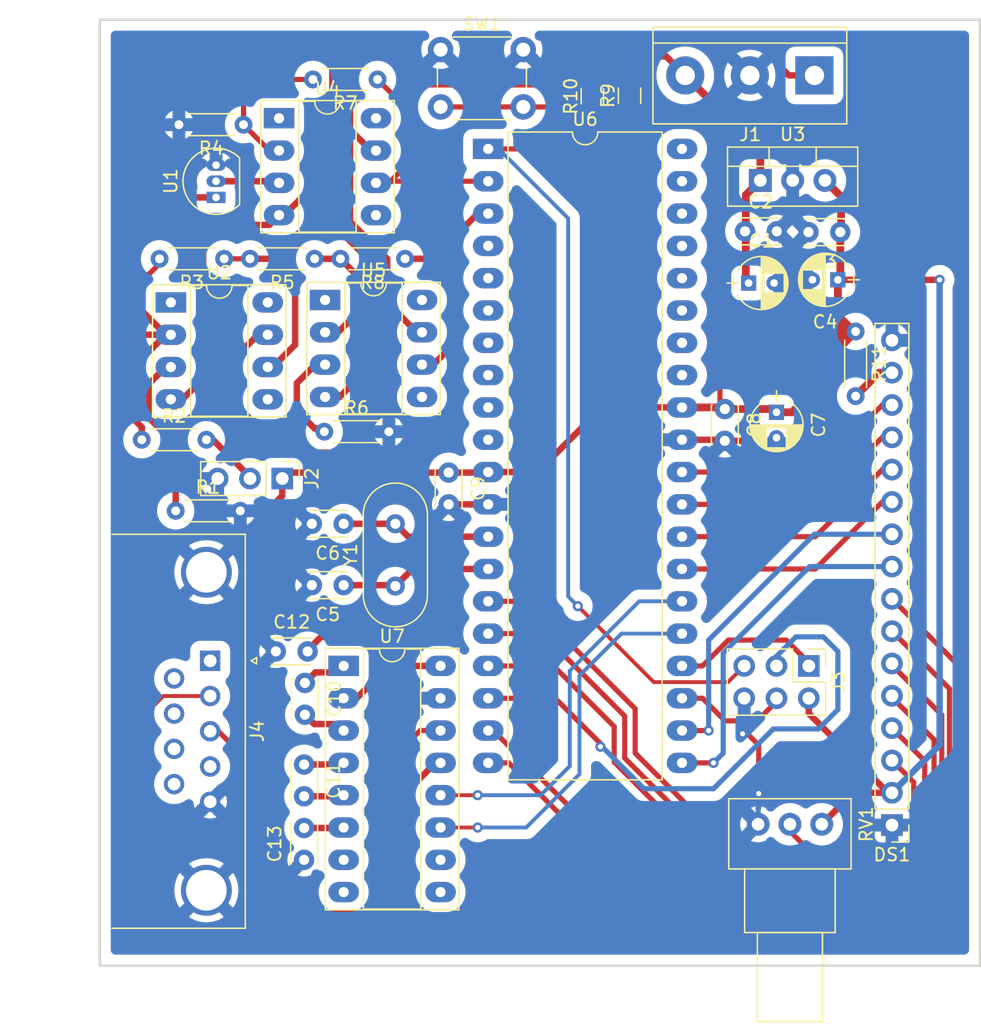
<source format=kicad_pcb>
(kicad_pcb (version 20171130) (host pcbnew "(5.0.0)")
  (title_block (title "DATA AQUISITION SYSTEM DESIGN") (date 2018-10-16) (rev 1))
  (layers (0 F.Cu signal) (31 B.Cu signal) (34 B.Paste user) (35 F.Paste user) (36 B.SilkS user) (37 F.SilkS user) (38 B.Mask user) (39 F.Mask user) (44 Edge.Cuts user))
  (net 0 "")
  (net 1 GND)
  (net 2 +12V)
  (net 3 +5V)
  (net 4 "Net-(C5-Pad1)")
  (net 5 "Net-(C6-Pad1)")
  (net 6 "Net-(J2-Pad2)")
  (net 7 "Net-(R1-Pad1)")
  (net 8 "Net-(R2-Pad1)")
  (net 9 "Net-(R3-Pad1)")
  (net 10 "Net-(R4-Pad1)")
  (net 11 "Net-(R5-Pad1)")
  (net 12 "Net-(R6-Pad1)")
  (net 13 /AN0)
  (net 14 /AN1)
  (net 15 "Net-(R10-Pad2)")
  (net 16 "Net-(U1-Pad2)")
  (net 17 "Net-(C10-Pad2)")
  (net 18 "Net-(C10-Pad1)")
  (net 19 "Net-(C11-Pad1)")
  (net 20 "Net-(C11-Pad2)")
  (net 21 "Net-(C12-Pad2)")
  (net 22 "Net-(C13-Pad2)")
  (net 23 -12V)
  (net 24 /RST)
  (net 25 /RX_H)
  (net 26 /TX_H)
  (net 27 /MOSI)
  (net 28 /SCK)
  (net 29 /MISO)
  (net 30 "Net-(J4-Pad1)")
  (net 31 "Net-(J4-Pad4)")
  (net 32 "Net-(J4-Pad6)")
  (net 33 "Net-(J4-Pad7)")
  (net 34 "Net-(J4-Pad8)")
  (net 35 "Net-(J4-Pad9)")
  (net 36 "Net-(DS1-Pad15)")
  (net 37 "Net-(DS1-Pad3)")
  (net 38 "Net-(U2-Pad8)")
  (net 39 "Net-(U2-Pad5)")
  (net 40 "Net-(U2-Pad1)")
  (net 41 "Net-(U4-Pad8)")
  (net 42 "Net-(U4-Pad5)")
  (net 43 "Net-(U4-Pad1)")
  (net 44 "Net-(U5-Pad1)")
  (net 45 "Net-(U5-Pad5)")
  (net 46 "Net-(U5-Pad8)")
  (net 47 "Net-(U7-Pad8)")
  (net 48 "Net-(U7-Pad7)")
  (net 49 /RX_L)
  (net 50 /TX_L)
  (net 51 "Net-(U7-Pad10)")
  (net 52 "Net-(U7-Pad9)")
  (net 53 "Net-(U6-Pad40)")
  (net 54 /DB1)
  (net 55 "Net-(U6-Pad39)")
  (net 56 /DB0)
  (net 57 "Net-(U6-Pad38)")
  (net 58 "Net-(U6-Pad37)")
  (net 59 /E)
  (net 60 "Net-(U6-Pad36)")
  (net 61 /R-W)
  (net 62 "Net-(U6-Pad35)")
  (net 63 /RS)
  (net 64 "Net-(U6-Pad34)")
  (net 65 "Net-(U6-Pad33)")
  (net 66 /DB7)
  (net 67 "Net-(U6-Pad10)")
  (net 68 /DB6)
  (net 69 "Net-(U6-Pad9)")
  (net 70 /DB5)
  (net 71 "Net-(U6-Pad8)")
  (net 72 /DB4)
  (net 73 "Net-(U6-Pad7)")
  (net 74 "Net-(U6-Pad6)")
  (net 75 "Net-(U6-Pad5)")
  (net 76 "Net-(U6-Pad4)")
  (net 77 /DB3)
  (net 78 /DB2)
  (module Resistors_SMD:R_0805_HandSoldering (layer F.Cu) (at 136.525 55.546 90)
    (fp_text reference R10 (at 0 -1.7 90) (layer F.SilkS))
    (fp_text value 270)
    (pad 1 smd rect (at -1.35 0 90) (size 1.5 1.3) (layers F.Cu F.Paste F.Mask) (net 24 /RST))
    (pad 2 smd rect (at 1.35 0 90) (size 1.5 1.3) (layers F.Cu F.Paste F.Mask) (net 15 "Net-(R10-Pad2)"))
  )
  (module Resistors_SMD:R_0805_HandSoldering (layer F.Cu) (at 139.446 55.499 90)
    (fp_text reference R9 (at 0 -1.7 90) (layer F.SilkS))
    (fp_text value 10k)
    (pad 2 smd rect (at 1.35 0 90) (size 1.5 1.3) (layers F.Cu F.Paste F.Mask) (net 15 "Net-(R10-Pad2)"))
    (pad 1 smd rect (at -1.35 0 90) (size 1.5 1.3) (layers F.Cu F.Paste F.Mask) (net 3 +5V))
  )
  (module Capacitors_THT:C_Disc_D3.0mm_W2.0mm_P2.50mm (layer F.Cu) (at 146.939 80.137 270)
    (fp_text reference C8 (at 1.25 -2.31 270) (layer F.SilkS))
    (fp_text value .1uF)
    (pad 1 thru_hole circle (at 0 0 270) (size 1.6 1.6) (drill 0.8) (layers *.Cu *.Mask) (net 3 +5V))
    (pad 2 thru_hole circle (at 2.5 0 270) (size 1.6 1.6) (drill 0.8) (layers *.Cu *.Mask) (net 1 GND))
  )
  (module Pin_Headers:Pin_Header_Straight_1x16_Pitch2.54mm (layer F.Cu) (at 160.0835 112.8395 180)
    (fp_text reference DS1 (at 0 -2.33 180) (layer F.SilkS))
    (fp_text value WC1602A)
    (pad 16 thru_hole oval (at 0 38.1 180) (size 1.7 1.7) (drill 1) (layers *.Cu *.Mask) (net 1 GND))
    (pad 15 thru_hole oval (at 0 35.56 180) (size 1.7 1.7) (drill 1) (layers *.Cu *.Mask) (net 36 "Net-(DS1-Pad15)"))
    (pad 14 thru_hole oval (at 0 33.02 180) (size 1.7 1.7) (drill 1) (layers *.Cu *.Mask) (net 66 /DB7))
    (pad 13 thru_hole oval (at 0 30.48 180) (size 1.7 1.7) (drill 1) (layers *.Cu *.Mask) (net 68 /DB6))
    (pad 12 thru_hole oval (at 0 27.94 180) (size 1.7 1.7) (drill 1) (layers *.Cu *.Mask) (net 70 /DB5))
    (pad 11 thru_hole oval (at 0 25.4 180) (size 1.7 1.7) (drill 1) (layers *.Cu *.Mask) (net 72 /DB4))
    (pad 10 thru_hole oval (at 0 22.86 180) (size 1.7 1.7) (drill 1) (layers *.Cu *.Mask) (net 77 /DB3))
    (pad 9 thru_hole oval (at 0 20.32 180) (size 1.7 1.7) (drill 1) (layers *.Cu *.Mask) (net 78 /DB2))
    (pad 8 thru_hole oval (at 0 17.78 180) (size 1.7 1.7) (drill 1) (layers *.Cu *.Mask) (net 54 /DB1))
    (pad 7 thru_hole oval (at 0 15.24 180) (size 1.7 1.7) (drill 1) (layers *.Cu *.Mask) (net 56 /DB0))
    (pad 6 thru_hole oval (at 0 12.7 180) (size 1.7 1.7) (drill 1) (layers *.Cu *.Mask) (net 59 /E))
    (pad 5 thru_hole oval (at 0 10.16 180) (size 1.7 1.7) (drill 1) (layers *.Cu *.Mask) (net 61 /R-W))
    (pad 4 thru_hole oval (at 0 7.62 180) (size 1.7 1.7) (drill 1) (layers *.Cu *.Mask) (net 63 /RS))
    (pad 3 thru_hole oval (at 0 5.08 180) (size 1.7 1.7) (drill 1) (layers *.Cu *.Mask) (net 37 "Net-(DS1-Pad3)"))
    (pad 2 thru_hole oval (at 0 2.54 180) (size 1.7 1.7) (drill 1) (layers *.Cu *.Mask) (net 3 +5V))
    (pad 1 thru_hole rect (at 0 0 180) (size 1.7 1.7) (drill 1) (layers *.Cu *.Mask) (net 1 GND))
  )
  (module Resistors_THT:R_Axial_DIN0204_L3.6mm_D1.6mm_P5.08mm_Horizontal (layer F.Cu) (at 114.681 68.326 180)
    (fp_text reference R5 (at 2.54 -1.86 180) (layer F.SilkS))
    (fp_text value 10K)
    (pad 2 thru_hole oval (at 5.08 0 180) (size 1.4 1.4) (drill 0.7) (layers *.Cu *.Mask) (net 9 "Net-(R3-Pad1)"))
    (pad 1 thru_hole circle (at 0 0 180) (size 1.4 1.4) (drill 0.7) (layers *.Cu *.Mask) (net 11 "Net-(R5-Pad1)"))
  )
  (module Resistors_THT:R_Axial_DIN0204_L3.6mm_D1.6mm_P5.08mm_Horizontal (layer F.Cu) (at 121.793 68.326 180)
    (fp_text reference R8 (at 2.54 -1.86 180) (layer F.SilkS))
    (fp_text value 10k)
    (pad 2 thru_hole oval (at 5.08 0 180) (size 1.4 1.4) (drill 0.7) (layers *.Cu *.Mask) (net 11 "Net-(R5-Pad1)"))
    (pad 1 thru_hole circle (at 0 0 180) (size 1.4 1.4) (drill 0.7) (layers *.Cu *.Mask) (net 14 /AN1))
  )
  (module Resistors_THT:R_Axial_DIN0204_L3.6mm_D1.6mm_P5.08mm_Horizontal (layer F.Cu) (at 119.634 54.229 180)
    (fp_text reference R7 (at 2.54 -1.86 180) (layer F.SilkS))
    (fp_text value 2.33k)
    (pad 1 thru_hole circle (at 0 0 180) (size 1.4 1.4) (drill 0.7) (layers *.Cu *.Mask) (net 13 /AN0))
    (pad 2 thru_hole oval (at 5.08 0 180) (size 1.4 1.4) (drill 0.7) (layers *.Cu *.Mask) (net 10 "Net-(R4-Pad1)"))
  )
  (module Resistors_THT:R_Axial_DIN0204_L3.6mm_D1.6mm_P5.08mm_Horizontal (layer F.Cu) (at 115.443 81.915)
    (fp_text reference R6 (at 2.54 -1.86) (layer F.SilkS))
    (fp_text value 5K)
    (pad 2 thru_hole oval (at 5.08 0) (size 1.4 1.4) (drill 0.7) (layers *.Cu *.Mask) (net 1 GND))
    (pad 1 thru_hole circle (at 0 0) (size 1.4 1.4) (drill 0.7) (layers *.Cu *.Mask) (net 12 "Net-(R6-Pad1)"))
  )
  (module Resistors_THT:R_Axial_DIN0204_L3.6mm_D1.6mm_P5.08mm_Horizontal (layer F.Cu) (at 103.759 88.138)
    (fp_text reference R1 (at 2.54 -1.86) (layer F.SilkS))
    (fp_text value 6.67K)
    (pad 1 thru_hole circle (at 0 0) (size 1.4 1.4) (drill 0.7) (layers *.Cu *.Mask) (net 7 "Net-(R1-Pad1)"))
    (pad 2 thru_hole oval (at 5.08 0) (size 1.4 1.4) (drill 0.7) (layers *.Cu *.Mask) (net 1 GND))
  )
  (module Resistors_THT:R_Axial_DIN0204_L3.6mm_D1.6mm_P5.08mm_Horizontal (layer F.Cu) (at 101.092 82.55)
    (fp_text reference R2 (at 2.54 -1.86) (layer F.SilkS))
    (fp_text value 20K)
    (pad 2 thru_hole oval (at 5.08 0) (size 1.4 1.4) (drill 0.7) (layers *.Cu *.Mask) (net 6 "Net-(J2-Pad2)"))
    (pad 1 thru_hole circle (at 0 0) (size 1.4 1.4) (drill 0.7) (layers *.Cu *.Mask) (net 8 "Net-(R2-Pad1)"))
  )
  (module Resistors_THT:R_Axial_DIN0204_L3.6mm_D1.6mm_P5.08mm_Horizontal (layer F.Cu) (at 107.569 68.326 180)
    (fp_text reference R3 (at 2.54 -1.86 180) (layer F.SilkS))
    (fp_text value 10k)
    (pad 1 thru_hole circle (at 0 0 180) (size 1.4 1.4) (drill 0.7) (layers *.Cu *.Mask) (net 9 "Net-(R3-Pad1)"))
    (pad 2 thru_hole oval (at 5.08 0 180) (size 1.4 1.4) (drill 0.7) (layers *.Cu *.Mask) (net 8 "Net-(R2-Pad1)"))
  )
  (module Resistors_THT:R_Axial_DIN0204_L3.6mm_D1.6mm_P5.08mm_Horizontal (layer F.Cu) (at 109.093 57.785 180)
    (fp_text reference R4 (at 2.54 -1.86 180) (layer F.SilkS))
    (fp_text value 1k)
    (pad 2 thru_hole oval (at 5.08 0 180) (size 1.4 1.4) (drill 0.7) (layers *.Cu *.Mask) (net 1 GND))
    (pad 1 thru_hole circle (at 0 0 180) (size 1.4 1.4) (drill 0.7) (layers *.Cu *.Mask) (net 10 "Net-(R4-Pad1)"))
  )
  (module Resistors_THT:R_Axial_DIN0204_L3.6mm_D1.6mm_P5.08mm_Horizontal (layer F.Cu) (at 157.226 74.041 270)
    (fp_text reference R11 (at 2.54 -1.86 270) (layer F.SilkS))
    (fp_text value 1k)
    (pad 2 thru_hole oval (at 5.08 0 270) (size 1.4 1.4) (drill 0.7) (layers *.Cu *.Mask) (net 36 "Net-(DS1-Pad15)"))
    (pad 1 thru_hole circle (at 0 0 270) (size 1.4 1.4) (drill 0.7) (layers *.Cu *.Mask) (net 3 +5V))
  )
  (module Housings_DIP:DIP-40_W15.24mm_LongPads (layer F.Cu) (at 128.3335 59.69)
    (fp_text reference U6 (at 7.62 -2.33) (layer F.SilkS))
    (fp_text value PIC18F452-IP)
    (pad 40 thru_hole oval (at 15.24 0) (size 2.4 1.6) (drill 0.8) (layers *.Cu *.Mask) (net 53 "Net-(U6-Pad40)"))
    (pad 20 thru_hole oval (at 0 48.26) (size 2.4 1.6) (drill 0.8) (layers *.Cu *.Mask) (net 54 /DB1))
    (pad 39 thru_hole oval (at 15.24 2.54) (size 2.4 1.6) (drill 0.8) (layers *.Cu *.Mask) (net 55 "Net-(U6-Pad39)"))
    (pad 19 thru_hole oval (at 0 45.72) (size 2.4 1.6) (drill 0.8) (layers *.Cu *.Mask) (net 56 /DB0))
    (pad 38 thru_hole oval (at 15.24 5.08) (size 2.4 1.6) (drill 0.8) (layers *.Cu *.Mask) (net 57 "Net-(U6-Pad38)"))
    (pad 18 thru_hole oval (at 0 43.18) (size 2.4 1.6) (drill 0.8) (layers *.Cu *.Mask) (net 28 /SCK))
    (pad 37 thru_hole oval (at 15.24 7.62) (size 2.4 1.6) (drill 0.8) (layers *.Cu *.Mask) (net 58 "Net-(U6-Pad37)"))
    (pad 17 thru_hole oval (at 0 40.64) (size 2.4 1.6) (drill 0.8) (layers *.Cu *.Mask) (net 59 /E))
    (pad 36 thru_hole oval (at 15.24 10.16) (size 2.4 1.6) (drill 0.8) (layers *.Cu *.Mask) (net 60 "Net-(U6-Pad36)"))
    (pad 16 thru_hole oval (at 0 38.1) (size 2.4 1.6) (drill 0.8) (layers *.Cu *.Mask) (net 61 /R-W))
    (pad 35 thru_hole oval (at 15.24 12.7) (size 2.4 1.6) (drill 0.8) (layers *.Cu *.Mask) (net 62 "Net-(U6-Pad35)"))
    (pad 15 thru_hole oval (at 0 35.56) (size 2.4 1.6) (drill 0.8) (layers *.Cu *.Mask) (net 63 /RS))
    (pad 34 thru_hole oval (at 15.24 15.24) (size 2.4 1.6) (drill 0.8) (layers *.Cu *.Mask) (net 64 "Net-(U6-Pad34)"))
    (pad 14 thru_hole oval (at 0 33.02) (size 2.4 1.6) (drill 0.8) (layers *.Cu *.Mask) (net 4 "Net-(C5-Pad1)"))
    (pad 33 thru_hole oval (at 15.24 17.78) (size 2.4 1.6) (drill 0.8) (layers *.Cu *.Mask) (net 65 "Net-(U6-Pad33)"))
    (pad 13 thru_hole oval (at 0 30.48) (size 2.4 1.6) (drill 0.8) (layers *.Cu *.Mask) (net 5 "Net-(C6-Pad1)"))
    (pad 32 thru_hole oval (at 15.24 20.32) (size 2.4 1.6) (drill 0.8) (layers *.Cu *.Mask) (net 3 +5V))
    (pad 12 thru_hole oval (at 0 27.94) (size 2.4 1.6) (drill 0.8) (layers *.Cu *.Mask) (net 1 GND))
    (pad 31 thru_hole oval (at 15.24 22.86) (size 2.4 1.6) (drill 0.8) (layers *.Cu *.Mask) (net 1 GND))
    (pad 11 thru_hole oval (at 0 25.4) (size 2.4 1.6) (drill 0.8) (layers *.Cu *.Mask) (net 3 +5V))
    (pad 30 thru_hole oval (at 15.24 25.4) (size 2.4 1.6) (drill 0.8) (layers *.Cu *.Mask) (net 66 /DB7))
    (pad 10 thru_hole oval (at 0 22.86) (size 2.4 1.6) (drill 0.8) (layers *.Cu *.Mask) (net 67 "Net-(U6-Pad10)"))
    (pad 29 thru_hole oval (at 15.24 27.94) (size 2.4 1.6) (drill 0.8) (layers *.Cu *.Mask) (net 68 /DB6))
    (pad 9 thru_hole oval (at 0 20.32) (size 2.4 1.6) (drill 0.8) (layers *.Cu *.Mask) (net 69 "Net-(U6-Pad9)"))
    (pad 28 thru_hole oval (at 15.24 30.48) (size 2.4 1.6) (drill 0.8) (layers *.Cu *.Mask) (net 70 /DB5))
    (pad 8 thru_hole oval (at 0 17.78) (size 2.4 1.6) (drill 0.8) (layers *.Cu *.Mask) (net 71 "Net-(U6-Pad8)"))
    (pad 27 thru_hole oval (at 15.24 33.02) (size 2.4 1.6) (drill 0.8) (layers *.Cu *.Mask) (net 72 /DB4))
    (pad 7 thru_hole oval (at 0 15.24) (size 2.4 1.6) (drill 0.8) (layers *.Cu *.Mask) (net 73 "Net-(U6-Pad7)"))
    (pad 26 thru_hole oval (at 15.24 35.56) (size 2.4 1.6) (drill 0.8) (layers *.Cu *.Mask) (net 49 /RX_L))
    (pad 6 thru_hole oval (at 0 12.7) (size 2.4 1.6) (drill 0.8) (layers *.Cu *.Mask) (net 74 "Net-(U6-Pad6)"))
    (pad 25 thru_hole oval (at 15.24 38.1) (size 2.4 1.6) (drill 0.8) (layers *.Cu *.Mask) (net 50 /TX_L))
    (pad 5 thru_hole oval (at 0 10.16) (size 2.4 1.6) (drill 0.8) (layers *.Cu *.Mask) (net 75 "Net-(U6-Pad5)"))
    (pad 24 thru_hole oval (at 15.24 40.64) (size 2.4 1.6) (drill 0.8) (layers *.Cu *.Mask) (net 29 /MISO))
    (pad 4 thru_hole oval (at 0 7.62) (size 2.4 1.6) (drill 0.8) (layers *.Cu *.Mask) (net 76 "Net-(U6-Pad4)"))
    (pad 23 thru_hole oval (at 15.24 43.18) (size 2.4 1.6) (drill 0.8) (layers *.Cu *.Mask) (net 27 /MOSI))
    (pad 3 thru_hole oval (at 0 5.08) (size 2.4 1.6) (drill 0.8) (layers *.Cu *.Mask) (net 14 /AN1))
    (pad 22 thru_hole oval (at 15.24 45.72) (size 2.4 1.6) (drill 0.8) (layers *.Cu *.Mask) (net 77 /DB3))
    (pad 2 thru_hole oval (at 0 2.54) (size 2.4 1.6) (drill 0.8) (layers *.Cu *.Mask) (net 13 /AN0))
    (pad 21 thru_hole oval (at 15.24 48.26) (size 2.4 1.6) (drill 0.8) (layers *.Cu *.Mask) (net 78 /DB2))
    (pad 1 thru_hole rect (at 0 0) (size 2.4 1.6) (drill 0.8) (layers *.Cu *.Mask) (net 24 /RST))
  )
  (module Capacitors_THT:CP_Radial_D4.0mm_P2.00mm (layer F.Cu) (at 148.8125 70.231)
    (fp_text reference C1 (at 1 -3.31) (layer F.SilkS))
    (fp_text value 1500uF)
    (pad 2 thru_hole circle (at 2 0) (size 1.2 1.2) (drill 0.6) (layers *.Cu *.Mask) (net 1 GND))
    (pad 1 thru_hole rect (at 0 0) (size 1.2 1.2) (drill 0.6) (layers *.Cu *.Mask) (net 2 +12V))
  )
  (module Capacitors_THT:C_Disc_D3.0mm_W2.0mm_P2.50mm (layer F.Cu) (at 148.5265 66.167)
    (fp_text reference C2 (at 1.25 -2.31) (layer F.SilkS))
    (fp_text value .33uF)
    (pad 1 thru_hole circle (at 0 0) (size 1.6 1.6) (drill 0.8) (layers *.Cu *.Mask) (net 2 +12V))
    (pad 2 thru_hole circle (at 2.5 0) (size 1.6 1.6) (drill 0.8) (layers *.Cu *.Mask) (net 1 GND))
  )
  (module Capacitors_THT:C_Disc_D3.0mm_W2.0mm_P2.50mm (layer F.Cu) (at 156.0195 66.2305 180)
    (fp_text reference C3 (at 1.25 -2.31 180) (layer F.SilkS))
    (fp_text value .1uF)
    (pad 2 thru_hole circle (at 2.5 0 180) (size 1.6 1.6) (drill 0.8) (layers *.Cu *.Mask) (net 1 GND))
    (pad 1 thru_hole circle (at 0 0 180) (size 1.6 1.6) (drill 0.8) (layers *.Cu *.Mask) (net 3 +5V))
  )
  (module Capacitors_THT:CP_Radial_D4.0mm_P2.00mm (layer F.Cu) (at 155.829 69.977 180)
    (fp_text reference C4 (at 1 -3.31 180) (layer F.SilkS))
    (fp_text value 440uF)
    (pad 1 thru_hole rect (at 0 0 180) (size 1.2 1.2) (drill 0.6) (layers *.Cu *.Mask) (net 3 +5V))
    (pad 2 thru_hole circle (at 2 0 180) (size 1.2 1.2) (drill 0.6) (layers *.Cu *.Mask) (net 1 GND))
  )
  (module Capacitors_THT:C_Disc_D3.0mm_W2.0mm_P2.50mm (layer F.Cu) (at 116.967 93.98 180)
    (fp_text reference C5 (at 1.25 -2.31 180) (layer F.SilkS))
    (fp_text value 22pF)
    (pad 1 thru_hole circle (at 0 0 180) (size 1.6 1.6) (drill 0.8) (layers *.Cu *.Mask) (net 4 "Net-(C5-Pad1)"))
    (pad 2 thru_hole circle (at 2.5 0 180) (size 1.6 1.6) (drill 0.8) (layers *.Cu *.Mask) (net 1 GND))
  )
  (module Capacitors_THT:C_Disc_D3.0mm_W2.0mm_P2.50mm (layer F.Cu) (at 116.967 89.154 180)
    (fp_text reference C6 (at 1.25 -2.31 180) (layer F.SilkS))
    (fp_text value 22pF)
    (pad 2 thru_hole circle (at 2.5 0 180) (size 1.6 1.6) (drill 0.8) (layers *.Cu *.Mask) (net 1 GND))
    (pad 1 thru_hole circle (at 0 0 180) (size 1.6 1.6) (drill 0.8) (layers *.Cu *.Mask) (net 5 "Net-(C6-Pad1)"))
  )
  (module Capacitors_THT:CP_Radial_D4.0mm_P2.00mm (layer F.Cu) (at 151.003 80.391 270)
    (fp_text reference C7 (at 1 -3.31 270) (layer F.SilkS))
    (fp_text value 220uF)
    (pad 2 thru_hole circle (at 2 0 270) (size 1.2 1.2) (drill 0.6) (layers *.Cu *.Mask) (net 1 GND))
    (pad 1 thru_hole rect (at 0 0 270) (size 1.2 1.2) (drill 0.6) (layers *.Cu *.Mask) (net 3 +5V))
  )
  (module Pin_Headers:Pin_Header_Straight_1x03_Pitch2.54mm (layer F.Cu) (at 112.141 85.598 270)
    (fp_text reference J2 (at 0 -2.33 270) (layer F.SilkS))
    (fp_text value "Pressure Sensor")
    (pad 3 thru_hole oval (at 0 5.08 270) (size 1.7 1.7) (drill 1) (layers *.Cu *.Mask) (net 1 GND))
    (pad 2 thru_hole oval (at 0 2.54 270) (size 1.7 1.7) (drill 1) (layers *.Cu *.Mask) (net 6 "Net-(J2-Pad2)"))
    (pad 1 thru_hole rect (at 0 0 270) (size 1.7 1.7) (drill 1) (layers *.Cu *.Mask) (net 3 +5V))
  )
  (module Potentiometers:Potentiometer_Alps_RK09Y_Vertical (layer F.Cu) (at 149.559 112.776 270)
    (fp_text reference RV1 (at 0 -8.5 270) (layer F.SilkS))
    (fp_text value R_POT)
    (pad 1 thru_hole circle (at 0 0 270) (size 1.8 1.8) (drill 1) (layers *.Cu *.Mask) (net 1 GND))
    (pad 2 thru_hole circle (at 0 -2.5 270) (size 1.8 1.8) (drill 1) (layers *.Cu *.Mask) (net 37 "Net-(DS1-Pad3)"))
    (pad 3 thru_hole circle (at 0 -5 270) (size 1.8 1.8) (drill 1) (layers *.Cu *.Mask) (net 3 +5V))
  )
  (module Buttons_Switches_THT:SW_PUSH_6mm (layer F.Cu) (at 124.587 51.888)
    (fp_text reference SW1 (at 3.25 -2) (layer F.SilkS))
    (fp_text value SW_Push)
    (pad 1 thru_hole circle (at 6.5 0 90) (size 2 2) (drill 1.1) (layers *.Cu *.Mask) (net 1 GND))
    (pad 2 thru_hole circle (at 6.5 4.5 90) (size 2 2) (drill 1.1) (layers *.Cu *.Mask) (net 15 "Net-(R10-Pad2)"))
    (pad 1 thru_hole circle (at 0 0 90) (size 2 2) (drill 1.1) (layers *.Cu *.Mask) (net 1 GND))
    (pad 2 thru_hole circle (at 0 4.5 90) (size 2 2) (drill 1.1) (layers *.Cu *.Mask) (net 15 "Net-(R10-Pad2)"))
  )
  (module TO_SOT_Packages_THT:TO-92_Inline_Narrow_Oval (layer F.Cu) (at 106.934 63.5 90)
    (fp_text reference U1 (at 1.27 -3.56 90) (layer F.SilkS))
    (fp_text value LM35-LP)
    (pad 1 thru_hole rect (at 0 0 270) (size 0.9 1.5) (drill 0.6) (layers *.Cu *.Mask) (net 3 +5V))
    (pad 3 thru_hole oval (at 2.54 0 270) (size 0.9 1.5) (drill 0.6) (layers *.Cu *.Mask) (net 1 GND))
    (pad 2 thru_hole oval (at 1.27 0 270) (size 0.9 1.5) (drill 0.6) (layers *.Cu *.Mask) (net 16 "Net-(U1-Pad2)"))
  )
  (module Housings_DIP:DIP-8_W7.62mm_Socket_LongPads (layer F.Cu) (at 103.378 71.755)
    (fp_text reference U2 (at 3.81 -2.33) (layer F.SilkS))
    (fp_text value OP07)
    (pad 8 thru_hole oval (at 7.62 0) (size 2.4 1.6) (drill 0.8) (layers *.Cu *.Mask) (net 38 "Net-(U2-Pad8)"))
    (pad 4 thru_hole oval (at 0 7.62) (size 2.4 1.6) (drill 0.8) (layers *.Cu *.Mask) (net 23 -12V))
    (pad 7 thru_hole oval (at 7.62 2.54) (size 2.4 1.6) (drill 0.8) (layers *.Cu *.Mask) (net 2 +12V))
    (pad 3 thru_hole oval (at 0 5.08) (size 2.4 1.6) (drill 0.8) (layers *.Cu *.Mask) (net 7 "Net-(R1-Pad1)"))
    (pad 6 thru_hole oval (at 7.62 5.08) (size 2.4 1.6) (drill 0.8) (layers *.Cu *.Mask) (net 9 "Net-(R3-Pad1)"))
    (pad 2 thru_hole oval (at 0 2.54) (size 2.4 1.6) (drill 0.8) (layers *.Cu *.Mask) (net 8 "Net-(R2-Pad1)"))
    (pad 5 thru_hole oval (at 7.62 7.62) (size 2.4 1.6) (drill 0.8) (layers *.Cu *.Mask) (net 39 "Net-(U2-Pad5)"))
    (pad 1 thru_hole rect (at 0 0) (size 2.4 1.6) (drill 0.8) (layers *.Cu *.Mask) (net 40 "Net-(U2-Pad1)"))
  )
  (module TO_SOT_Packages_THT:TO-220-3_Vertical (layer F.Cu) (at 149.733 62.1665)
    (fp_text reference U3 (at 2.54 -3.62) (layer F.SilkS))
    (fp_text value L7805)
    (pad 3 thru_hole oval (at 5.08 0) (size 1.8 1.8) (drill 1) (layers *.Cu *.Mask) (net 3 +5V))
    (pad 2 thru_hole oval (at 2.54 0) (size 1.8 1.8) (drill 1) (layers *.Cu *.Mask) (net 1 GND))
    (pad 1 thru_hole rect (at 0 0) (size 1.8 1.8) (drill 1) (layers *.Cu *.Mask) (net 2 +12V))
  )
  (module Housings_DIP:DIP-8_W7.62mm_Socket_LongPads (layer F.Cu) (at 111.887 57.277)
    (fp_text reference U4 (at 3.81 -2.33) (layer F.SilkS))
    (fp_text value OP07)
    (pad 8 thru_hole oval (at 7.62 0) (size 2.4 1.6) (drill 0.8) (layers *.Cu *.Mask) (net 41 "Net-(U4-Pad8)"))
    (pad 4 thru_hole oval (at 0 7.62) (size 2.4 1.6) (drill 0.8) (layers *.Cu *.Mask) (net 23 -12V))
    (pad 7 thru_hole oval (at 7.62 2.54) (size 2.4 1.6) (drill 0.8) (layers *.Cu *.Mask) (net 2 +12V))
    (pad 3 thru_hole oval (at 0 5.08) (size 2.4 1.6) (drill 0.8) (layers *.Cu *.Mask) (net 16 "Net-(U1-Pad2)"))
    (pad 6 thru_hole oval (at 7.62 5.08) (size 2.4 1.6) (drill 0.8) (layers *.Cu *.Mask) (net 13 /AN0))
    (pad 2 thru_hole oval (at 0 2.54) (size 2.4 1.6) (drill 0.8) (layers *.Cu *.Mask) (net 10 "Net-(R4-Pad1)"))
    (pad 5 thru_hole oval (at 7.62 7.62) (size 2.4 1.6) (drill 0.8) (layers *.Cu *.Mask) (net 42 "Net-(U4-Pad5)"))
    (pad 1 thru_hole rect (at 0 0) (size 2.4 1.6) (drill 0.8) (layers *.Cu *.Mask) (net 43 "Net-(U4-Pad1)"))
  )
  (module Housings_DIP:DIP-8_W7.62mm_Socket_LongPads (layer F.Cu) (at 115.5065 71.5645)
    (fp_text reference U5 (at 3.81 -2.33) (layer F.SilkS))
    (fp_text value OP07)
    (pad 1 thru_hole rect (at 0 0) (size 2.4 1.6) (drill 0.8) (layers *.Cu *.Mask) (net 44 "Net-(U5-Pad1)"))
    (pad 5 thru_hole oval (at 7.62 7.62) (size 2.4 1.6) (drill 0.8) (layers *.Cu *.Mask) (net 45 "Net-(U5-Pad5)"))
    (pad 2 thru_hole oval (at 0 2.54) (size 2.4 1.6) (drill 0.8) (layers *.Cu *.Mask) (net 11 "Net-(R5-Pad1)"))
    (pad 6 thru_hole oval (at 7.62 5.08) (size 2.4 1.6) (drill 0.8) (layers *.Cu *.Mask) (net 14 /AN1))
    (pad 3 thru_hole oval (at 0 5.08) (size 2.4 1.6) (drill 0.8) (layers *.Cu *.Mask) (net 12 "Net-(R6-Pad1)"))
    (pad 7 thru_hole oval (at 7.62 2.54) (size 2.4 1.6) (drill 0.8) (layers *.Cu *.Mask) (net 2 +12V))
    (pad 4 thru_hole oval (at 0 7.62) (size 2.4 1.6) (drill 0.8) (layers *.Cu *.Mask) (net 23 -12V))
    (pad 8 thru_hole oval (at 7.62 0) (size 2.4 1.6) (drill 0.8) (layers *.Cu *.Mask) (net 46 "Net-(U5-Pad8)"))
  )
  (module Crystals:Crystal_HC18-U_Vertical (layer F.Cu) (at 121.031 94.054 90)
    (fp_text reference Y1 (at 2.45 -3.525 90) (layer F.SilkS))
    (fp_text value 8MHz)
    (pad 2 thru_hole circle (at 4.9 0 90) (size 1.5 1.5) (drill 0.8) (layers *.Cu *.Mask) (net 5 "Net-(C6-Pad1)"))
    (pad 1 thru_hole circle (at 0 0 90) (size 1.5 1.5) (drill 0.8) (layers *.Cu *.Mask) (net 4 "Net-(C5-Pad1)"))
  )
  (module Pin_Headers:Pin_Header_Straight_2x03_Pitch2.54mm (layer F.Cu) (at 153.543 100.33 270)
    (fp_text reference J3 (at 1.27 -2.33 270) (layer F.SilkS))
    (fp_text value AVR-ISP-6)
    (pad 6 thru_hole oval (at 2.54 5.08 270) (size 1.7 1.7) (drill 1) (layers *.Cu *.Mask) (net 1 GND))
    (pad 5 thru_hole oval (at 0 5.08 270) (size 1.7 1.7) (drill 1) (layers *.Cu *.Mask) (net 24 /RST))
    (pad 4 thru_hole oval (at 2.54 2.54 270) (size 1.7 1.7) (drill 1) (layers *.Cu *.Mask) (net 27 /MOSI))
    (pad 3 thru_hole oval (at 0 2.54 270) (size 1.7 1.7) (drill 1) (layers *.Cu *.Mask) (net 28 /SCK))
    (pad 2 thru_hole oval (at 2.54 0 270) (size 1.7 1.7) (drill 1) (layers *.Cu *.Mask) (net 3 +5V))
    (pad 1 thru_hole rect (at 0 0 270) (size 1.7 1.7) (drill 1) (layers *.Cu *.Mask) (net 29 /MISO))
  )
  (module Connectors_DSub:DSUB-9_Male_Horizontal_Pitch2.77x2.84mm_EdgePinOffset4.94mm_Housed_MountingHolesOffset7.48mm (layer F.Cu) (at 106.472 99.924 270)
    (fp_text reference J4 (at 5.54 -3.7 270) (layer F.SilkS))
    (fp_text value DB9_Female_MountingHoles)
    (pad 1 thru_hole rect (at 0 0 270) (size 1.6 1.6) (drill 1) (layers *.Cu *.Mask) (net 30 "Net-(J4-Pad1)"))
    (pad 2 thru_hole circle (at 2.77 0 270) (size 1.6 1.6) (drill 1) (layers *.Cu *.Mask) (net 25 /RX_H))
    (pad 3 thru_hole circle (at 5.54 0 270) (size 1.6 1.6) (drill 1) (layers *.Cu *.Mask) (net 26 /TX_H))
    (pad 4 thru_hole circle (at 8.31 0 270) (size 1.6 1.6) (drill 1) (layers *.Cu *.Mask) (net 31 "Net-(J4-Pad4)"))
    (pad 5 thru_hole circle (at 11.08 0 270) (size 1.6 1.6) (drill 1) (layers *.Cu *.Mask) (net 1 GND))
    (pad 6 thru_hole circle (at 1.385 2.84 270) (size 1.6 1.6) (drill 1) (layers *.Cu *.Mask) (net 32 "Net-(J4-Pad6)"))
    (pad 7 thru_hole circle (at 4.155 2.84 270) (size 1.6 1.6) (drill 1) (layers *.Cu *.Mask) (net 33 "Net-(J4-Pad7)"))
    (pad 8 thru_hole circle (at 6.925 2.84 270) (size 1.6 1.6) (drill 1) (layers *.Cu *.Mask) (net 34 "Net-(J4-Pad8)"))
    (pad 9 thru_hole circle (at 9.695 2.84 270) (size 1.6 1.6) (drill 1) (layers *.Cu *.Mask) (net 35 "Net-(J4-Pad9)"))
    (pad 0 thru_hole circle (at -6.96 0.3 270) (size 4 4) (drill 3.2) (layers *.Cu *.Mask) (net 1 GND))
    (pad 0 thru_hole circle (at 18.04 0.3 270) (size 4 4) (drill 3.2) (layers *.Cu *.Mask) (net 1 GND))
  )
  (module Housings_DIP:DIP-16_W7.62mm_Socket_LongPads (layer F.Cu) (at 116.967 100.33)
    (fp_text reference U7 (at 3.81 -2.33) (layer F.SilkS))
    (fp_text value MAX232)
    (pad 16 thru_hole oval (at 7.62 0) (size 2.4 1.6) (drill 0.8) (layers *.Cu *.Mask) (net 3 +5V))
    (pad 8 thru_hole oval (at 0 17.78) (size 2.4 1.6) (drill 0.8) (layers *.Cu *.Mask) (net 47 "Net-(U7-Pad8)"))
    (pad 15 thru_hole oval (at 7.62 2.54) (size 2.4 1.6) (drill 0.8) (layers *.Cu *.Mask) (net 1 GND))
    (pad 7 thru_hole oval (at 0 15.24) (size 2.4 1.6) (drill 0.8) (layers *.Cu *.Mask) (net 48 "Net-(U7-Pad7)"))
    (pad 14 thru_hole oval (at 7.62 5.08) (size 2.4 1.6) (drill 0.8) (layers *.Cu *.Mask) (net 26 /TX_H))
    (pad 6 thru_hole oval (at 0 12.7) (size 2.4 1.6) (drill 0.8) (layers *.Cu *.Mask) (net 22 "Net-(C13-Pad2)"))
    (pad 13 thru_hole oval (at 7.62 7.62) (size 2.4 1.6) (drill 0.8) (layers *.Cu *.Mask) (net 25 /RX_H))
    (pad 5 thru_hole oval (at 0 10.16) (size 2.4 1.6) (drill 0.8) (layers *.Cu *.Mask) (net 20 "Net-(C11-Pad2)"))
    (pad 12 thru_hole oval (at 7.62 10.16) (size 2.4 1.6) (drill 0.8) (layers *.Cu *.Mask) (net 49 /RX_L))
    (pad 4 thru_hole oval (at 0 7.62) (size 2.4 1.6) (drill 0.8) (layers *.Cu *.Mask) (net 19 "Net-(C11-Pad1)"))
    (pad 11 thru_hole oval (at 7.62 12.7) (size 2.4 1.6) (drill 0.8) (layers *.Cu *.Mask) (net 50 /TX_L))
    (pad 3 thru_hole oval (at 0 5.08) (size 2.4 1.6) (drill 0.8) (layers *.Cu *.Mask) (net 17 "Net-(C10-Pad2)"))
    (pad 10 thru_hole oval (at 7.62 15.24) (size 2.4 1.6) (drill 0.8) (layers *.Cu *.Mask) (net 51 "Net-(U7-Pad10)"))
    (pad 2 thru_hole oval (at 0 2.54) (size 2.4 1.6) (drill 0.8) (layers *.Cu *.Mask) (net 21 "Net-(C12-Pad2)"))
    (pad 9 thru_hole oval (at 7.62 17.78) (size 2.4 1.6) (drill 0.8) (layers *.Cu *.Mask) (net 52 "Net-(U7-Pad9)"))
    (pad 1 thru_hole rect (at 0 0) (size 2.4 1.6) (drill 0.8) (layers *.Cu *.Mask) (net 18 "Net-(C10-Pad1)"))
  )
  (module Connectors_Terminal_Blocks:TerminalBlock_bornier-3_P5.08mm (layer F.Cu) (at 153.9875 53.9115 180)
    (fp_text reference J1 (at 5.05 -4.65 180) (layer F.SilkS))
    (fp_text value Screw_Terminal_01x03)
    (pad 3 thru_hole circle (at 10.16 0 180) (size 3 3) (drill 1.52) (layers *.Cu *.Mask) (net 2 +12V))
    (pad 2 thru_hole circle (at 5.08 0 180) (size 3 3) (drill 1.52) (layers *.Cu *.Mask) (net 1 GND))
    (pad 1 thru_hole rect (at 0 0 180) (size 3 3) (drill 1.52) (layers *.Cu *.Mask) (net 23 -12V))
  )
  (module Capacitors_THT:C_Disc_D3.0mm_W2.0mm_P2.50mm (layer F.Cu) (at 125.222 85.13 270)
    (fp_text reference C9 (at 1.25 -2.31 270) (layer F.SilkS))
    (fp_text value 1uF)
    (pad 2 thru_hole circle (at 2.5 0 270) (size 1.6 1.6) (drill 0.8) (layers *.Cu *.Mask) (net 1 GND))
    (pad 1 thru_hole circle (at 0 0 270) (size 1.6 1.6) (drill 0.8) (layers *.Cu *.Mask) (net 3 +5V))
  )
  (module Capacitors_THT:C_Disc_D3.0mm_W2.0mm_P2.50mm (layer F.Cu) (at 113.919 101.6635 270)
    (fp_text reference C10 (at 1.25 -2.31 270) (layer F.SilkS))
    (fp_text value 1uF)
    (pad 2 thru_hole circle (at 2.5 0 270) (size 1.6 1.6) (drill 0.8) (layers *.Cu *.Mask) (net 17 "Net-(C10-Pad2)"))
    (pad 1 thru_hole circle (at 0 0 270) (size 1.6 1.6) (drill 0.8) (layers *.Cu *.Mask) (net 18 "Net-(C10-Pad1)"))
  )
  (module Capacitors_THT:C_Disc_D3.0mm_W2.0mm_P2.50mm (layer F.Cu) (at 113.8555 108.077 270)
    (fp_text reference C11 (at 1.25 -2.31 270) (layer F.SilkS))
    (fp_text value 1uF)
    (pad 1 thru_hole circle (at 0 0 270) (size 1.6 1.6) (drill 0.8) (layers *.Cu *.Mask) (net 19 "Net-(C11-Pad1)"))
    (pad 2 thru_hole circle (at 2.5 0 270) (size 1.6 1.6) (drill 0.8) (layers *.Cu *.Mask) (net 20 "Net-(C11-Pad2)"))
  )
  (module Capacitors_THT:C_Disc_D3.0mm_W2.0mm_P2.50mm (layer F.Cu) (at 111.633 99.187)
    (fp_text reference C12 (at 1.25 -2.31) (layer F.SilkS))
    (fp_text value 1uF)
    (pad 2 thru_hole circle (at 2.5 0) (size 1.6 1.6) (drill 0.8) (layers *.Cu *.Mask) (net 21 "Net-(C12-Pad2)"))
    (pad 1 thru_hole circle (at 0 0) (size 1.6 1.6) (drill 0.8) (layers *.Cu *.Mask) (net 1 GND))
  )
  (module Capacitors_THT:C_Disc_D3.0mm_W2.0mm_P2.50mm (layer F.Cu) (at 113.8555 115.57 90)
    (fp_text reference C13 (at 1.25 -2.31 90) (layer F.SilkS))
    (fp_text value 1uF)
    (pad 1 thru_hole circle (at 0 0 90) (size 1.6 1.6) (drill 0.8) (layers *.Cu *.Mask) (net 1 GND))
    (pad 2 thru_hole circle (at 2.5 0 90) (size 1.6 1.6) (drill 0.8) (layers *.Cu *.Mask) (net 22 "Net-(C13-Pad2)"))
  )
  (gr_line (start 97.79 123.8885) (end 97.79 49.53) (layer Edge.Cuts) (width 0.2))
  (gr_line (start 167.005 123.8885) (end 97.79 123.8885) (layer Edge.Cuts) (width 0.2))
  (gr_line (start 167.005 49.53) (end 167.005 123.8885) (layer Edge.Cuts) (width 0.2))
  (gr_line (start 97.79 49.53) (end 167.005 49.53) (layer Edge.Cuts) (width 0.2))
  (segment (start 125.222 87.63) (end 128.3335 87.63) (width 0.508) (layer F.Cu) (net 1))
  (segment (start 146.852 82.55) (end 146.939 82.637) (width 0.508) (layer F.Cu) (net 1))
  (segment (start 143.5735 82.55) (end 146.852 82.55) (width 0.508) (layer F.Cu) (net 1))
  (segment (start 150.757 82.637) (end 151.003 82.391) (width 0.508) (layer F.Cu) (net 1))
  (segment (start 146.939 82.637) (end 150.757 82.637) (width 0.508) (layer F.Cu) (net 1))
  (segment (start 149.559 111.503208) (end 149.606 111.456208) (width 0.4064) (layer B.Cu) (net 1))
  (segment (start 149.559 112.776) (end 149.559 111.503208) (width 0.4064) (layer B.Cu) (net 1))
  (via (at 149.606 110.363) (size 0.8) (drill 0.4) (layers F.Cu B.Cu) (net 1))
  (segment (start 149.606 111.456208) (end 149.606 110.363) (width 0.4064) (layer B.Cu) (net 1))
  (segment (start 149.606 110.363) (end 149.606 106.553) (width 0.4064) (layer F.Cu) (net 1))
  (via (at 148.336 105.664) (size 0.8) (drill 0.4) (layers F.Cu B.Cu) (net 1))
  (segment (start 149.606 106.553) (end 148.717 105.664) (width 0.4064) (layer F.Cu) (net 1))
  (segment (start 148.717 105.664) (end 148.336 105.664) (width 0.4064) (layer F.Cu) (net 1))
  (segment (start 148.59 66.1035) (end 148.5265 66.167) (width 0.6096) (layer F.Cu) (net 2))
  (segment (start 149.733 62.1665) (end 148.59 63.3095) (width 0.6096) (layer F.Cu) (net 2))
  (segment (start 148.59 63.3095) (end 148.59 66.1035) (width 0.6096) (layer F.Cu) (net 2))
  (segment (start 148.59 66.2305) (end 148.5265 66.167) (width 0.6096) (layer F.Cu) (net 2))
  (segment (start 148.8125 70.231) (end 148.59 70.0085) (width 0.6096) (layer F.Cu) (net 2))
  (segment (start 148.59 70.0085) (end 148.59 66.2305) (width 0.6096) (layer F.Cu) (net 2))
  (segment (start 149.733 59.817) (end 143.8275 53.9115) (width 0.6096) (layer F.Cu) (net 2))
  (segment (start 149.733 62.1665) (end 149.733 59.817) (width 0.6096) (layer F.Cu) (net 2))
  (segment (start 119.107 59.817) (end 119.507 59.817) (width 0.508) (layer F.Cu) (net 2))
  (segment (start 117.475 58.185) (end 119.107 59.817) (width 0.508) (layer F.Cu) (net 2))
  (segment (start 117.475 53.848) (end 117.475 58.185) (width 0.508) (layer F.Cu) (net 2))
  (segment (start 142.327501 52.411501) (end 134.786499 52.411501) (width 0.508) (layer F.Cu) (net 2))
  (segment (start 143.8275 53.9115) (end 142.327501 52.411501) (width 0.508) (layer F.Cu) (net 2))
  (segment (start 134.786499 52.411501) (end 132.588 54.61) (width 0.508) (layer F.Cu) (net 2))
  (segment (start 118.999 52.324) (end 117.475 53.848) (width 0.508) (layer F.Cu) (net 2))
  (segment (start 132.588 54.61) (end 122.682 54.61) (width 0.508) (layer F.Cu) (net 2))
  (segment (start 122.682 54.61) (end 120.396 52.324) (width 0.508) (layer F.Cu) (net 2))
  (segment (start 120.396 52.324) (end 118.999 52.324) (width 0.508) (layer F.Cu) (net 2))
  (segment (start 117.475 65.405) (end 120.396 68.326) (width 0.508) (layer F.Cu) (net 2))
  (segment (start 117.475 58.185) (end 117.475 65.405) (width 0.508) (layer F.Cu) (net 2))
  (segment (start 120.396 68.326) (end 120.396 71.774) (width 0.508) (layer F.Cu) (net 2))
  (segment (start 120.396 71.774) (end 122.7265 74.1045) (width 0.508) (layer F.Cu) (net 2))
  (segment (start 122.7265 74.1045) (end 123.1265 74.1045) (width 0.508) (layer F.Cu) (net 2))
  (segment (start 110.236 74.295) (end 111.506 74.295) (width 0.508) (layer F.Cu) (net 2))
  (segment (start 120.396 71.774) (end 120.396 80.01) (width 0.508) (layer F.Cu) (net 2))
  (segment (start 120.396 80.01) (end 116.84 83.566) (width 0.508) (layer F.Cu) (net 2))
  (segment (start 116.84 83.566) (end 112.268 83.566) (width 0.508) (layer F.Cu) (net 2))
  (segment (start 112.268 83.566) (end 108.585 79.883) (width 0.508) (layer F.Cu) (net 2))
  (segment (start 108.585 79.883) (end 108.585 75.946) (width 0.508) (layer F.Cu) (net 2))
  (segment (start 108.585 75.946) (end 110.236 74.295) (width 0.508) (layer F.Cu) (net 2))
  (segment (start 146.812 80.01) (end 146.939 80.137) (width 0.6096) (layer F.Cu) (net 3))
  (segment (start 143.5735 80.01) (end 146.812 80.01) (width 0.6096) (layer F.Cu) (net 3))
  (segment (start 150.749 80.137) (end 151.003 80.391) (width 0.6096) (layer F.Cu) (net 3))
  (segment (start 146.939 80.137) (end 150.749 80.137) (width 0.6096) (layer F.Cu) (net 3))
  (segment (start 152.2126 80.391) (end 151.003 80.391) (width 0.6096) (layer F.Cu) (net 3))
  (segment (start 155.829 76.7746) (end 152.2126 80.391) (width 0.6096) (layer F.Cu) (net 3))
  (segment (start 156.0195 69.7865) (end 155.829 69.977) (width 0.6096) (layer F.Cu) (net 3))
  (segment (start 156.0195 66.2305) (end 156.0195 69.7865) (width 0.6096) (layer F.Cu) (net 3))
  (segment (start 156.083 66.167) (end 156.0195 66.2305) (width 0.6096) (layer F.Cu) (net 3))
  (segment (start 154.813 62.1665) (end 156.083 63.4365) (width 0.6096) (layer F.Cu) (net 3))
  (segment (start 156.083 63.4365) (end 156.083 66.167) (width 0.6096) (layer F.Cu) (net 3))
  (segment (start 155.982051 73.787) (end 155.829 73.787) (width 0.6096) (layer F.Cu) (net 3))
  (segment (start 156.236051 74.041) (end 155.982051 73.787) (width 0.6096) (layer F.Cu) (net 3))
  (segment (start 155.829 69.977) (end 155.829 73.787) (width 0.6096) (layer F.Cu) (net 3))
  (segment (start 155.829 72.771) (end 155.829 69.977) (width 0.6096) (layer F.Cu) (net 3))
  (segment (start 157.226 74.041) (end 157.099 74.041) (width 0.6096) (layer F.Cu) (net 3))
  (segment (start 157.099 74.041) (end 155.829 72.771) (width 0.6096) (layer F.Cu) (net 3))
  (segment (start 156.337 74.93) (end 157.226 74.041) (width 0.6096) (layer F.Cu) (net 3))
  (segment (start 155.829 74.93) (end 156.337 74.93) (width 0.6096) (layer F.Cu) (net 3))
  (segment (start 155.829 73.787) (end 155.829 74.93) (width 0.6096) (layer F.Cu) (net 3))
  (segment (start 155.829 74.676) (end 156.464 74.041) (width 0.6096) (layer F.Cu) (net 3))
  (segment (start 155.829 74.93) (end 155.829 74.676) (width 0.6096) (layer F.Cu) (net 3))
  (segment (start 157.226 74.041) (end 156.464 74.041) (width 0.6096) (layer F.Cu) (net 3))
  (segment (start 156.464 74.041) (end 156.236051 74.041) (width 0.6096) (layer F.Cu) (net 3))
  (segment (start 155.829 75.438) (end 157.226 74.041) (width 0.6096) (layer F.Cu) (net 3))
  (segment (start 155.829 74.93) (end 155.829 75.438) (width 0.6096) (layer F.Cu) (net 3))
  (segment (start 155.829 75.438) (end 155.829 76.7746) (width 0.6096) (layer F.Cu) (net 3))
  (segment (start 143.5735 80.01) (end 137.287 80.01) (width 0.508) (layer F.Cu) (net 3))
  (segment (start 132.207 85.09) (end 128.3335 85.09) (width 0.508) (layer F.Cu) (net 3))
  (segment (start 137.287 80.01) (end 132.207 85.09) (width 0.508) (layer F.Cu) (net 3))
  (segment (start 128.2935 85.13) (end 128.3335 85.09) (width 0.508) (layer F.Cu) (net 3))
  (segment (start 125.222 85.13) (end 128.2935 85.13) (width 0.508) (layer F.Cu) (net 3))
  (segment (start 153.543 104.072081) (end 153.543 102.87) (width 0.508) (layer F.Cu) (net 3))
  (segment (start 159.706919 110.236) (end 153.543 104.072081) (width 0.508) (layer F.Cu) (net 3))
  (segment (start 160.0835 110.2995) (end 160.02 110.236) (width 0.508) (layer F.Cu) (net 3))
  (segment (start 160.02 110.236) (end 159.706919 110.236) (width 0.508) (layer F.Cu) (net 3))
  (segment (start 157.0355 110.2995) (end 160.0835 110.2995) (width 0.508) (layer F.Cu) (net 3))
  (segment (start 154.559 112.776) (end 157.0355 110.2995) (width 0.508) (layer F.Cu) (net 3))
  (segment (start 112.609 85.13) (end 112.141 85.598) (width 0.508) (layer F.Cu) (net 3))
  (segment (start 125.222 85.13) (end 112.609 85.13) (width 0.508) (layer F.Cu) (net 3))
  (segment (start 105.676 63.5) (end 106.934 63.5) (width 0.508) (layer F.Cu) (net 3))
  (segment (start 104.648 63.5) (end 105.676 63.5) (width 0.508) (layer F.Cu) (net 3))
  (segment (start 112.141 85.598) (end 112.141 86.956) (width 0.508) (layer F.Cu) (net 3))
  (segment (start 112.141 86.956) (end 109.181 89.916) (width 0.508) (layer F.Cu) (net 3))
  (segment (start 101.727 89.916) (end 99.187 87.376) (width 0.508) (layer F.Cu) (net 3))
  (segment (start 99.187 87.376) (end 99.187 68.961) (width 0.508) (layer F.Cu) (net 3))
  (segment (start 99.187 68.961) (end 104.648 63.5) (width 0.508) (layer F.Cu) (net 3))
  (via (at 163.83 69.977) (size 0.8) (drill 0.4) (layers F.Cu B.Cu) (net 3))
  (segment (start 155.829 69.977) (end 163.83 69.977) (width 0.508) (layer F.Cu) (net 3))
  (segment (start 163.83 106.553) (end 160.0835 110.2995) (width 0.508) (layer B.Cu) (net 3))
  (segment (start 163.83 69.977) (end 163.83 106.553) (width 0.508) (layer B.Cu) (net 3))
  (segment (start 114.3 96.901) (end 109.181 91.782) (width 0.508) (layer F.Cu) (net 3))
  (segment (start 118.745 96.901) (end 114.3 96.901) (width 0.508) (layer F.Cu) (net 3))
  (segment (start 124.587 100.33) (end 122.174 100.33) (width 0.508) (layer F.Cu) (net 3))
  (segment (start 122.174 100.33) (end 118.745 96.901) (width 0.508) (layer F.Cu) (net 3))
  (segment (start 108.077 89.916) (end 108.165 89.916) (width 0.508) (layer F.Cu) (net 3))
  (segment (start 109.181 90.932) (end 109.181 89.916) (width 0.508) (layer F.Cu) (net 3))
  (segment (start 109.181 89.916) (end 108.077 89.916) (width 0.508) (layer F.Cu) (net 3))
  (segment (start 109.181 89.916) (end 108.673 90.424) (width 0.508) (layer F.Cu) (net 3))
  (segment (start 108.165 89.916) (end 108.673 90.424) (width 0.508) (layer F.Cu) (net 3))
  (segment (start 108.673 90.424) (end 109.181 90.932) (width 0.508) (layer F.Cu) (net 3))
  (segment (start 107.315 89.916) (end 109.181 91.782) (width 0.508) (layer F.Cu) (net 3))
  (segment (start 107.315 89.916) (end 101.727 89.916) (width 0.508) (layer F.Cu) (net 3))
  (segment (start 109.181 91.147) (end 107.95 89.916) (width 0.508) (layer F.Cu) (net 3))
  (segment (start 109.181 91.313) (end 109.181 91.147) (width 0.508) (layer F.Cu) (net 3))
  (segment (start 107.95 89.916) (end 107.315 89.916) (width 0.508) (layer F.Cu) (net 3))
  (segment (start 108.077 89.916) (end 107.95 89.916) (width 0.508) (layer F.Cu) (net 3))
  (segment (start 109.181 91.782) (end 109.181 91.313) (width 0.508) (layer F.Cu) (net 3))
  (segment (start 109.181 91.313) (end 109.181 90.932) (width 0.508) (layer F.Cu) (net 3))
  (segment (start 146.558 79.756) (end 146.939 80.137) (width 0.4064) (layer F.Cu) (net 3))
  (segment (start 146.558 58.801) (end 146.558 79.756) (width 0.4064) (layer F.Cu) (net 3))
  (segment (start 139.446 56.849) (end 144.606 56.849) (width 0.4064) (layer F.Cu) (net 3))
  (segment (start 144.606 56.849) (end 146.558 58.801) (width 0.4064) (layer F.Cu) (net 3))
  (segment (start 120.957 93.98) (end 121.031 94.054) (width 0.508) (layer F.Cu) (net 4))
  (segment (start 116.967 93.98) (end 120.957 93.98) (width 0.508) (layer F.Cu) (net 4))
  (segment (start 122.375 92.71) (end 128.3335 92.71) (width 0.508) (layer F.Cu) (net 4))
  (segment (start 121.031 94.054) (end 122.375 92.71) (width 0.508) (layer F.Cu) (net 4))
  (segment (start 116.967 89.154) (end 121.031 89.154) (width 0.508) (layer F.Cu) (net 5))
  (segment (start 122.047 90.17) (end 128.3335 90.17) (width 0.508) (layer F.Cu) (net 5))
  (segment (start 121.031 89.154) (end 122.047 90.17) (width 0.508) (layer F.Cu) (net 5))
  (segment (start 106.68 82.55) (end 106.172 82.55) (width 0.508) (layer F.Cu) (net 6))
  (segment (start 109.601 85.598) (end 109.601 85.471) (width 0.508) (layer F.Cu) (net 6))
  (segment (start 109.601 85.471) (end 106.68 82.55) (width 0.508) (layer F.Cu) (net 6))
  (segment (start 103.759 88.138) (end 103.759 82.931) (width 0.508) (layer F.Cu) (net 7))
  (segment (start 103.759 82.931) (end 101.67 80.842) (width 0.508) (layer F.Cu) (net 7))
  (segment (start 101.67 78.143) (end 102.978 76.835) (width 0.508) (layer F.Cu) (net 7))
  (segment (start 102.978 76.835) (end 103.378 76.835) (width 0.508) (layer F.Cu) (net 7))
  (segment (start 101.67 80.842) (end 101.67 78.143) (width 0.508) (layer F.Cu) (net 7))
  (segment (start 102.489 68.326) (end 102.489 68.707) (width 0.4064) (layer F.Cu) (net 8))
  (segment (start 102.489 68.707) (end 101.6 69.596) (width 0.4064) (layer F.Cu) (net 8))
  (segment (start 101.092 72.409) (end 102.978 74.295) (width 0.508) (layer F.Cu) (net 8))
  (segment (start 101.6 69.596) (end 101.092 70.104) (width 0.508) (layer F.Cu) (net 8))
  (segment (start 102.978 74.295) (end 103.378 74.295) (width 0.508) (layer F.Cu) (net 8))
  (segment (start 101.092 76.181) (end 102.978 74.295) (width 0.508) (layer F.Cu) (net 8))
  (segment (start 101.092 70.104) (end 101.092 71.501) (width 0.508) (layer F.Cu) (net 8))
  (segment (start 101.092 71.501) (end 101.092 72.409) (width 0.508) (layer F.Cu) (net 8))
  (segment (start 103.378 74.295) (end 101.092 74.295) (width 0.508) (layer F.Cu) (net 8))
  (segment (start 101.092 71.501) (end 101.092 74.295) (width 0.508) (layer F.Cu) (net 8))
  (segment (start 101.092 76.181) (end 101.092 71.501) (width 0.508) (layer F.Cu) (net 8))
  (segment (start 101.092 81.560051) (end 100.64601 81.114061) (width 0.508) (layer F.Cu) (net 8))
  (segment (start 100.64601 81.114061) (end 100.64601 76.62699) (width 0.508) (layer F.Cu) (net 8))
  (segment (start 100.64601 76.62699) (end 101.092 76.181) (width 0.508) (layer F.Cu) (net 8))
  (segment (start 101.092 82.55) (end 101.092 81.560051) (width 0.508) (layer F.Cu) (net 8))
  (segment (start 107.569 68.326) (end 109.601 68.326) (width 0.4064) (layer F.Cu) (net 9))
  (segment (start 111.398 76.835) (end 110.998 76.835) (width 0.508) (layer F.Cu) (net 9))
  (segment (start 113.157 75.076) (end 111.398 76.835) (width 0.508) (layer F.Cu) (net 9))
  (segment (start 113.157 70.104) (end 113.157 75.076) (width 0.508) (layer F.Cu) (net 9))
  (segment (start 109.601 68.326) (end 111.379 68.326) (width 0.508) (layer F.Cu) (net 9))
  (segment (start 111.379 68.326) (end 113.157 70.104) (width 0.508) (layer F.Cu) (net 9))
  (segment (start 111.125 59.817) (end 109.093 57.785) (width 0.4064) (layer F.Cu) (net 10))
  (segment (start 111.887 59.817) (end 111.125 59.817) (width 0.4064) (layer F.Cu) (net 10))
  (segment (start 114.554 54.229) (end 110.998 54.229) (width 0.4064) (layer F.Cu) (net 10))
  (segment (start 109.093 56.134) (end 109.093 57.785) (width 0.4064) (layer F.Cu) (net 10))
  (segment (start 110.998 54.229) (end 109.093 56.134) (width 0.4064) (layer F.Cu) (net 10))
  (segment (start 114.681 68.326) (end 116.713 68.326) (width 0.508) (layer F.Cu) (net 11))
  (segment (start 117.856 69.469) (end 116.713 68.326) (width 0.508) (layer F.Cu) (net 11))
  (segment (start 117.856 72.771) (end 117.856 69.469) (width 0.508) (layer F.Cu) (net 11))
  (segment (start 115.5065 74.1045) (end 116.5225 74.1045) (width 0.508) (layer F.Cu) (net 11))
  (segment (start 116.5225 74.1045) (end 117.856 72.771) (width 0.508) (layer F.Cu) (net 11))
  (segment (start 115.189 81.661) (end 115.443 81.915) (width 0.508) (layer F.Cu) (net 12))
  (segment (start 114.681 81.661) (end 115.189 81.661) (width 0.508) (layer F.Cu) (net 12))
  (segment (start 113.284 80.264) (end 114.681 81.661) (width 0.508) (layer F.Cu) (net 12))
  (segment (start 113.284 78.105) (end 113.284 80.264) (width 0.508) (layer F.Cu) (net 12))
  (segment (start 115.5065 76.6445) (end 114.7445 76.6445) (width 0.508) (layer F.Cu) (net 12))
  (segment (start 114.7445 76.6445) (end 113.284 78.105) (width 0.508) (layer F.Cu) (net 12))
  (segment (start 119.634 62.23) (end 119.507 62.357) (width 0.4064) (layer F.Cu) (net 13))
  (segment (start 120.523 62.357) (end 119.507 62.357) (width 0.4064) (layer F.Cu) (net 13))
  (segment (start 121.793 61.087) (end 120.523 62.357) (width 0.4064) (layer F.Cu) (net 13))
  (segment (start 119.634 54.229) (end 121.793 56.388) (width 0.4064) (layer F.Cu) (net 13))
  (segment (start 121.793 56.388) (end 121.793 61.087) (width 0.4064) (layer F.Cu) (net 13))
  (segment (start 121.793 61.087) (end 122.936 62.23) (width 0.4064) (layer F.Cu) (net 13))
  (segment (start 128.3335 62.23) (end 122.936 62.23) (width 0.4064) (layer F.Cu) (net 13))
  (segment (start 121.793 62.103) (end 121.92 62.23) (width 0.4064) (layer F.Cu) (net 13))
  (segment (start 121.793 61.087) (end 121.793 62.103) (width 0.4064) (layer F.Cu) (net 13))
  (segment (start 122.936 62.23) (end 121.92 62.23) (width 0.4064) (layer F.Cu) (net 13))
  (segment (start 121.92 62.23) (end 119.634 62.23) (width 0.4064) (layer F.Cu) (net 13))
  (segment (start 127.508 64.77) (end 128.3335 64.77) (width 0.508) (layer F.Cu) (net 14))
  (segment (start 121.793 68.326) (end 123.952 68.326) (width 0.508) (layer F.Cu) (net 14))
  (segment (start 123.952 68.326) (end 125.476 66.802) (width 0.508) (layer F.Cu) (net 14))
  (segment (start 125.476 66.802) (end 127.508 64.77) (width 0.508) (layer F.Cu) (net 14))
  (segment (start 125.857 67.183) (end 125.476 66.802) (width 0.508) (layer F.Cu) (net 14))
  (segment (start 125.857 74.803) (end 125.857 67.183) (width 0.508) (layer F.Cu) (net 14))
  (segment (start 123.1265 76.6445) (end 124.0155 76.6445) (width 0.508) (layer F.Cu) (net 14))
  (segment (start 124.0155 76.6445) (end 125.857 74.803) (width 0.508) (layer F.Cu) (net 14))
  (segment (start 135.796 54.196) (end 136.525 54.196) (width 0.4064) (layer F.Cu) (net 15))
  (segment (start 131.087 56.388) (end 133.604 56.388) (width 0.4064) (layer F.Cu) (net 15))
  (segment (start 133.604 56.388) (end 135.796 54.196) (width 0.4064) (layer F.Cu) (net 15))
  (segment (start 126.001213 56.388) (end 131.087 56.388) (width 0.4064) (layer F.Cu) (net 15))
  (segment (start 124.587 56.388) (end 126.001213 56.388) (width 0.4064) (layer F.Cu) (net 15))
  (segment (start 136.572 54.149) (end 136.525 54.196) (width 0.4064) (layer F.Cu) (net 15))
  (segment (start 139.446 54.149) (end 136.572 54.149) (width 0.4064) (layer F.Cu) (net 15))
  (segment (start 111.76 62.23) (end 111.887 62.357) (width 0.508) (layer F.Cu) (net 16))
  (segment (start 106.934 62.23) (end 111.76 62.23) (width 0.508) (layer F.Cu) (net 16))
  (segment (start 116.459 104.902) (end 116.967 105.41) (width 0.508) (layer F.Cu) (net 17))
  (segment (start 113.919 104.1635) (end 114.6575 104.902) (width 0.508) (layer F.Cu) (net 17))
  (segment (start 114.6575 104.902) (end 116.459 104.902) (width 0.508) (layer F.Cu) (net 17))
  (segment (start 116.459 100.838) (end 116.967 100.33) (width 0.508) (layer F.Cu) (net 18))
  (segment (start 113.919 101.6635) (end 114.7445 100.838) (width 0.508) (layer F.Cu) (net 18))
  (segment (start 114.7445 100.838) (end 116.459 100.838) (width 0.508) (layer F.Cu) (net 18))
  (segment (start 116.84 108.077) (end 116.967 107.95) (width 0.508) (layer F.Cu) (net 19))
  (segment (start 113.8555 108.077) (end 116.84 108.077) (width 0.508) (layer F.Cu) (net 19))
  (segment (start 116.88 110.577) (end 116.967 110.49) (width 0.508) (layer F.Cu) (net 20))
  (segment (start 113.8555 110.577) (end 116.88 110.577) (width 0.508) (layer F.Cu) (net 20))
  (segment (start 117.983 102.87) (end 116.967 102.87) (width 0.508) (layer F.Cu) (net 21))
  (segment (start 119.38 101.473) (end 117.983 102.87) (width 0.508) (layer F.Cu) (net 21))
  (segment (start 119.38 99.187) (end 119.38 101.473) (width 0.508) (layer F.Cu) (net 21))
  (segment (start 118.237 98.044) (end 119.38 99.187) (width 0.508) (layer F.Cu) (net 21))
  (segment (start 114.046 99.187) (end 115.189 98.044) (width 0.508) (layer F.Cu) (net 21))
  (segment (start 115.189 98.044) (end 118.237 98.044) (width 0.508) (layer F.Cu) (net 21))
  (segment (start 116.927 113.07) (end 116.967 113.03) (width 0.508) (layer F.Cu) (net 22))
  (segment (start 113.8555 113.07) (end 116.927 113.07) (width 0.508) (layer F.Cu) (net 22))
  (segment (start 112.287 64.897) (end 111.887 64.897) (width 0.508) (layer F.Cu) (net 23))
  (segment (start 116.078 61.106) (end 112.287 64.897) (width 0.508) (layer F.Cu) (net 23))
  (segment (start 118.237 51.308) (end 116.078 53.467) (width 0.508) (layer F.Cu) (net 23))
  (segment (start 120.904 51.308) (end 118.237 51.308) (width 0.508) (layer F.Cu) (net 23))
  (segment (start 151.9795 53.9115) (end 149.376 51.308) (width 0.508) (layer F.Cu) (net 23))
  (segment (start 153.9875 53.9115) (end 151.9795 53.9115) (width 0.508) (layer F.Cu) (net 23))
  (segment (start 149.376 51.308) (end 134.366 51.308) (width 0.508) (layer F.Cu) (net 23))
  (segment (start 134.366 51.308) (end 131.953 53.721) (width 0.508) (layer F.Cu) (net 23))
  (segment (start 131.953 53.721) (end 123.317 53.721) (width 0.508) (layer F.Cu) (net 23))
  (segment (start 123.317 53.721) (end 120.904 51.308) (width 0.508) (layer F.Cu) (net 23))
  (segment (start 116.078 53.467) (end 116.078 61.106) (width 0.508) (layer F.Cu) (net 23))
  (segment (start 104.286 79.375) (end 103.886 79.375) (width 0.508) (layer F.Cu) (net 23))
  (segment (start 105.918 77.743) (end 104.286 79.375) (width 0.508) (layer F.Cu) (net 23))
  (segment (start 105.918 67.183) (end 105.918 77.743) (width 0.508) (layer F.Cu) (net 23))
  (segment (start 107.442 65.659) (end 105.918 67.183) (width 0.508) (layer F.Cu) (net 23))
  (segment (start 111.887 64.897) (end 111.125 65.659) (width 0.508) (layer F.Cu) (net 23))
  (segment (start 111.125 65.659) (end 107.442 65.659) (width 0.508) (layer F.Cu) (net 23))
  (segment (start 116.6495 79.1845) (end 115.5065 79.1845) (width 0.508) (layer F.Cu) (net 23))
  (segment (start 119.126 76.708) (end 116.6495 79.1845) (width 0.508) (layer F.Cu) (net 23))
  (segment (start 119.126 68.58) (end 119.126 76.708) (width 0.508) (layer F.Cu) (net 23))
  (segment (start 116.078 61.106) (end 116.078 65.532) (width 0.508) (layer F.Cu) (net 23))
  (segment (start 116.078 65.532) (end 119.126 68.58) (width 0.508) (layer F.Cu) (net 23))
  (via (at 135.382 95.631) (size 0.8) (drill 0.4) (layers F.Cu B.Cu) (net 24))
  (segment (start 129.159 59.69) (end 128.3335 59.69) (width 0.3048) (layer B.Cu) (net 24))
  (segment (start 134.62 65.151) (end 129.159 59.69) (width 0.3048) (layer B.Cu) (net 24))
  (segment (start 135.382 95.631) (end 134.62 94.869) (width 0.3048) (layer B.Cu) (net 24))
  (segment (start 134.62 94.869) (end 134.62 65.151) (width 0.3048) (layer B.Cu) (net 24))
  (segment (start 141.351 101.6) (end 135.382 95.631) (width 0.3048) (layer F.Cu) (net 24))
  (segment (start 148.463 100.33) (end 147.193 101.6) (width 0.3048) (layer F.Cu) (net 24))
  (segment (start 147.193 101.6) (end 141.351 101.6) (width 0.3048) (layer F.Cu) (net 24))
  (segment (start 136.525 56.996) (end 136.525 56.896) (width 0.4064) (layer F.Cu) (net 24))
  (segment (start 133.831 59.69) (end 136.525 56.996) (width 0.4064) (layer F.Cu) (net 24))
  (segment (start 128.3335 59.69) (end 133.831 59.69) (width 0.4064) (layer F.Cu) (net 24))
  (segment (start 101.854 103.632) (end 101.854 110.998) (width 0.3048) (layer F.Cu) (net 25))
  (segment (start 106.472 102.694) (end 102.792 102.694) (width 0.3048) (layer F.Cu) (net 25))
  (segment (start 102.792 102.694) (end 101.854 103.632) (width 0.3048) (layer F.Cu) (net 25))
  (segment (start 104.013 113.157) (end 101.854 110.998) (width 0.508) (layer F.Cu) (net 25))
  (segment (start 106.426 113.157) (end 104.013 113.157) (width 0.508) (layer F.Cu) (net 25))
  (segment (start 124.187 107.95) (end 121.793 110.344) (width 0.508) (layer F.Cu) (net 25))
  (segment (start 124.587 107.95) (end 124.187 107.95) (width 0.508) (layer F.Cu) (net 25))
  (segment (start 121.793 110.344) (end 121.793 118.404436) (width 0.508) (layer F.Cu) (net 25))
  (segment (start 121.793 118.404436) (end 119.547436 120.65) (width 0.508) (layer F.Cu) (net 25))
  (segment (start 119.547436 120.65) (end 113.919 120.65) (width 0.508) (layer F.Cu) (net 25))
  (segment (start 113.919 120.65) (end 106.426 113.157) (width 0.508) (layer F.Cu) (net 25))
  (segment (start 107.115 105.464) (end 106.472 105.464) (width 0.4064) (layer F.Cu) (net 26))
  (segment (start 108.458 106.807) (end 107.115 105.464) (width 0.4064) (layer F.Cu) (net 26))
  (segment (start 108.458 113.538) (end 108.458 106.807) (width 0.4064) (layer F.Cu) (net 26))
  (segment (start 122.9806 105.41) (end 120.396 107.9946) (width 0.4064) (layer F.Cu) (net 26))
  (segment (start 124.587 105.41) (end 122.9806 105.41) (width 0.4064) (layer F.Cu) (net 26))
  (segment (start 120.396 107.9946) (end 120.396 118.11) (width 0.4064) (layer F.Cu) (net 26))
  (segment (start 120.396 118.11) (end 118.745 119.761) (width 0.4064) (layer F.Cu) (net 26))
  (segment (start 118.745 119.761) (end 114.681 119.761) (width 0.4064) (layer F.Cu) (net 26))
  (segment (start 114.681 119.761) (end 108.458 113.538) (width 0.4064) (layer F.Cu) (net 26))
  (segment (start 151.003 103.124) (end 151.003 102.87) (width 0.4064) (layer F.Cu) (net 27))
  (segment (start 149.479 104.648) (end 151.003 103.124) (width 0.4064) (layer F.Cu) (net 27))
  (segment (start 146.9579 104.648) (end 149.479 104.648) (width 0.4064) (layer F.Cu) (net 27))
  (segment (start 143.5735 102.87) (end 145.1799 102.87) (width 0.4064) (layer F.Cu) (net 27))
  (segment (start 145.1799 102.87) (end 146.9579 104.648) (width 0.4064) (layer F.Cu) (net 27))
  (segment (start 137.16 106.426) (end 137.16 106.680012) (width 0.4064) (layer F.Cu) (net 28))
  (segment (start 133.604 102.87) (end 137.16 106.426) (width 0.4064) (layer F.Cu) (net 28))
  (segment (start 128.3335 102.87) (end 133.604 102.87) (width 0.4064) (layer F.Cu) (net 28))
  (via (at 137.16 106.680012) (size 0.8) (drill 0.4) (layers F.Cu B.Cu) (net 28))
  (segment (start 151.003 99.568) (end 151.003 100.33) (width 0.4064) (layer B.Cu) (net 28))
  (segment (start 152.527 98.044) (end 151.003 99.568) (width 0.4064) (layer B.Cu) (net 28))
  (segment (start 154.686 98.044) (end 152.527 98.044) (width 0.4064) (layer B.Cu) (net 28))
  (segment (start 155.829 99.187) (end 154.686 98.044) (width 0.4064) (layer B.Cu) (net 28))
  (segment (start 155.829 103.759) (end 155.829 99.187) (width 0.4064) (layer B.Cu) (net 28))
  (segment (start 137.287012 106.680012) (end 140.589 109.982) (width 0.4064) (layer B.Cu) (net 28))
  (segment (start 140.589 109.982) (end 146.05 109.982) (width 0.4064) (layer B.Cu) (net 28))
  (segment (start 150.749 105.283) (end 154.305 105.283) (width 0.4064) (layer B.Cu) (net 28))
  (segment (start 137.16 106.680012) (end 137.287012 106.680012) (width 0.4064) (layer B.Cu) (net 28))
  (segment (start 146.05 109.982) (end 150.749 105.283) (width 0.4064) (layer B.Cu) (net 28))
  (segment (start 154.305 105.283) (end 155.829 103.759) (width 0.4064) (layer B.Cu) (net 28))
  (segment (start 153.543 100.076) (end 153.543 100.33) (width 0.4064) (layer F.Cu) (net 29))
  (segment (start 151.765 98.298) (end 153.543 100.076) (width 0.4064) (layer F.Cu) (net 29))
  (segment (start 147.2119 98.298) (end 151.765 98.298) (width 0.4064) (layer F.Cu) (net 29))
  (segment (start 143.5735 100.33) (end 145.1799 100.33) (width 0.4064) (layer F.Cu) (net 29))
  (segment (start 145.1799 100.33) (end 147.2119 98.298) (width 0.4064) (layer F.Cu) (net 29))
  (segment (start 159.0675 77.2795) (end 157.226 79.121) (width 0.6096) (layer F.Cu) (net 36))
  (segment (start 160.0835 77.2795) (end 159.0675 77.2795) (width 0.6096) (layer F.Cu) (net 36))
  (segment (start 152.059 113.324) (end 152.059 112.776) (width 0.4064) (layer F.Cu) (net 37))
  (segment (start 153.543 114.808) (end 152.059 113.324) (width 0.4064) (layer F.Cu) (net 37))
  (segment (start 161.29 114.808) (end 153.543 114.808) (width 0.4064) (layer F.Cu) (net 37))
  (segment (start 161.798 114.3) (end 161.29 114.808) (width 0.4064) (layer F.Cu) (net 37))
  (segment (start 160.0835 107.7595) (end 161.798 109.474) (width 0.4064) (layer F.Cu) (net 37))
  (segment (start 161.798 109.474) (end 161.798 114.3) (width 0.4064) (layer F.Cu) (net 37))
  (via (at 127.508 110.49) (size 0.8) (drill 0.4) (layers F.Cu B.Cu) (net 49))
  (segment (start 124.587 110.49) (end 127.508 110.49) (width 0.3048) (layer F.Cu) (net 49))
  (segment (start 140.208 95.25) (end 143.5735 95.25) (width 0.3048) (layer B.Cu) (net 49))
  (segment (start 134.747 100.711) (end 140.208 95.25) (width 0.3048) (layer B.Cu) (net 49))
  (segment (start 134.747 108.204) (end 134.747 100.711) (width 0.3048) (layer B.Cu) (net 49))
  (segment (start 127.508 110.49) (end 132.461 110.49) (width 0.3048) (layer B.Cu) (net 49))
  (segment (start 132.461 110.49) (end 134.747 108.204) (width 0.3048) (layer B.Cu) (net 49))
  (via (at 127.508 113.03) (size 0.8) (drill 0.4) (layers F.Cu B.Cu) (net 50))
  (segment (start 124.587 113.03) (end 127.508 113.03) (width 0.3048) (layer F.Cu) (net 50))
  (segment (start 138.811 97.79) (end 143.5735 97.79) (width 0.3048) (layer B.Cu) (net 50))
  (segment (start 135.509 101.092) (end 138.811 97.79) (width 0.3048) (layer B.Cu) (net 50))
  (segment (start 135.509 108.839) (end 135.509 101.092) (width 0.3048) (layer B.Cu) (net 50))
  (segment (start 127.508 113.03) (end 131.318 113.03) (width 0.3048) (layer B.Cu) (net 50))
  (segment (start 131.318 113.03) (end 135.509 108.839) (width 0.3048) (layer B.Cu) (net 50))
  (segment (start 160.933499 95.909499) (end 160.0835 95.0595) (width 0.4064) (layer F.Cu) (net 54))
  (segment (start 129.9399 107.95) (end 140.7349 118.745) (width 0.4064) (layer F.Cu) (net 54))
  (segment (start 128.3335 107.95) (end 129.9399 107.95) (width 0.4064) (layer F.Cu) (net 54))
  (segment (start 140.7349 118.745) (end 162.052 118.745) (width 0.4064) (layer F.Cu) (net 54))
  (segment (start 162.052 118.745) (end 165.211051 115.585949) (width 0.4064) (layer F.Cu) (net 54))
  (segment (start 165.211051 115.585949) (end 165.211051 100.187051) (width 0.4064) (layer F.Cu) (net 54))
  (segment (start 165.211051 100.187051) (end 160.933499 95.909499) (width 0.4064) (layer F.Cu) (net 54))
  (segment (start 160.933499 98.449499) (end 160.0835 97.5995) (width 0.4064) (layer F.Cu) (net 56))
  (segment (start 128.7335 105.41) (end 141.3065 117.983) (width 0.4064) (layer F.Cu) (net 56))
  (segment (start 128.3335 105.41) (end 128.7335 105.41) (width 0.4064) (layer F.Cu) (net 56))
  (segment (start 141.3065 117.983) (end 161.798 117.983) (width 0.4064) (layer F.Cu) (net 56))
  (segment (start 161.798 117.983) (end 164.604641 115.176359) (width 0.4064) (layer F.Cu) (net 56))
  (segment (start 164.604641 115.176359) (end 164.604641 102.120641) (width 0.4064) (layer F.Cu) (net 56))
  (segment (start 164.604641 102.120641) (end 160.933499 98.449499) (width 0.4064) (layer F.Cu) (net 56))
  (segment (start 163.99823 104.18123) (end 160.02 100.203) (width 0.4064) (layer F.Cu) (net 59))
  (segment (start 163.99823 114.76677) (end 163.99823 104.18123) (width 0.4064) (layer F.Cu) (net 59))
  (segment (start 133.477 100.33) (end 138.2395 105.0925) (width 0.4064) (layer F.Cu) (net 59))
  (segment (start 128.3335 100.33) (end 133.477 100.33) (width 0.4064) (layer F.Cu) (net 59))
  (segment (start 138.2395 105.0925) (end 138.2395 107.8865) (width 0.4064) (layer F.Cu) (net 59))
  (segment (start 138.2395 107.8865) (end 147.574 117.221) (width 0.4064) (layer F.Cu) (net 59))
  (segment (start 147.574 117.221) (end 161.544 117.221) (width 0.4064) (layer F.Cu) (net 59))
  (segment (start 161.544 117.221) (end 163.99823 114.76677) (width 0.4064) (layer F.Cu) (net 59))
  (segment (start 139.065 104.267) (end 139.065 107.569) (width 0.4064) (layer F.Cu) (net 61))
  (segment (start 139.065 107.569) (end 148.024821 116.528821) (width 0.4064) (layer F.Cu) (net 61))
  (segment (start 128.3335 97.79) (end 132.588 97.79) (width 0.4064) (layer F.Cu) (net 61))
  (segment (start 163.39182 114.421368) (end 163.39182 106.11482) (width 0.4064) (layer F.Cu) (net 61))
  (segment (start 163.39182 106.11482) (end 160.02 102.743) (width 0.4064) (layer F.Cu) (net 61))
  (segment (start 161.284367 116.528821) (end 163.39182 114.421368) (width 0.4064) (layer F.Cu) (net 61))
  (segment (start 132.588 97.79) (end 139.065 104.267) (width 0.4064) (layer F.Cu) (net 61))
  (segment (start 148.024821 116.528821) (end 161.284367 116.528821) (width 0.4064) (layer F.Cu) (net 61))
  (segment (start 160.933499 106.069499) (end 160.0835 105.2195) (width 0.4064) (layer F.Cu) (net 63))
  (segment (start 162.658411 107.794411) (end 160.933499 106.069499) (width 0.4064) (layer F.Cu) (net 63))
  (segment (start 131.445 95.25) (end 139.8905 103.6955) (width 0.4064) (layer F.Cu) (net 63))
  (segment (start 128.3335 95.25) (end 131.445 95.25) (width 0.4064) (layer F.Cu) (net 63))
  (segment (start 139.8905 103.6955) (end 139.8905 107.188) (width 0.4064) (layer F.Cu) (net 63))
  (segment (start 139.8905 107.188) (end 148.3995 115.697) (width 0.4064) (layer F.Cu) (net 63))
  (segment (start 162.658411 114.297183) (end 162.658411 107.794411) (width 0.4064) (layer F.Cu) (net 63))
  (segment (start 148.3995 115.697) (end 161.258594 115.697) (width 0.4064) (layer F.Cu) (net 63))
  (segment (start 161.258594 115.697) (end 162.658411 114.297183) (width 0.4064) (layer F.Cu) (net 63))
  (segment (start 159.3215 79.8195) (end 160.0835 79.8195) (width 0.4064) (layer F.Cu) (net 66))
  (segment (start 143.5735 85.09) (end 154.051 85.09) (width 0.4064) (layer F.Cu) (net 66))
  (segment (start 154.051 85.09) (end 159.3215 79.8195) (width 0.4064) (layer F.Cu) (net 66))
  (segment (start 159.3215 82.3595) (end 160.0835 82.3595) (width 0.4064) (layer F.Cu) (net 68))
  (segment (start 143.5735 87.63) (end 154.051 87.63) (width 0.4064) (layer F.Cu) (net 68))
  (segment (start 154.051 87.63) (end 159.3215 82.3595) (width 0.4064) (layer F.Cu) (net 68))
  (segment (start 159.3215 84.8995) (end 160.0835 84.8995) (width 0.4064) (layer F.Cu) (net 70))
  (segment (start 143.5735 90.17) (end 154.051 90.17) (width 0.4064) (layer F.Cu) (net 70))
  (segment (start 154.051 90.17) (end 159.3215 84.8995) (width 0.4064) (layer F.Cu) (net 70))
  (segment (start 159.3215 87.4395) (end 160.0835 87.4395) (width 0.4064) (layer F.Cu) (net 72))
  (segment (start 143.5735 92.71) (end 154.051 92.71) (width 0.4064) (layer F.Cu) (net 72))
  (segment (start 154.051 92.71) (end 159.3215 87.4395) (width 0.4064) (layer F.Cu) (net 72))
  (segment (start 143.5735 105.41) (end 145.669 105.41) (width 0.4064) (layer F.Cu) (net 77))
  (via (at 145.669 105.41) (size 0.8) (drill 0.4) (layers F.Cu B.Cu) (net 77))
  (segment (start 153.9875 89.9795) (end 160.0835 89.9795) (width 0.4064) (layer B.Cu) (net 77))
  (segment (start 145.669 105.41) (end 145.669 98.298) (width 0.4064) (layer B.Cu) (net 77))
  (segment (start 145.669 98.298) (end 153.9875 89.9795) (width 0.4064) (layer B.Cu) (net 77))
  (via (at 146.05 107.95) (size 0.8) (drill 0.4) (layers F.Cu B.Cu) (net 78))
  (segment (start 143.5735 107.95) (end 146.05 107.95) (width 0.4064) (layer F.Cu) (net 78))
  (segment (start 158.881419 92.5195) (end 160.0835 92.5195) (width 0.4064) (layer B.Cu) (net 78))
  (segment (start 153.6065 92.5195) (end 158.881419 92.5195) (width 0.4064) (layer B.Cu) (net 78))
  (segment (start 146.812 99.314) (end 153.6065 92.5195) (width 0.4064) (layer B.Cu) (net 78))
  (segment (start 146.05 107.95) (end 146.812 107.188) (width 0.4064) (layer B.Cu) (net 78))
  (segment (start 146.812 107.188) (end 146.812 99.314) (width 0.4064) (layer B.Cu) (net 78))
  (zone (net 1) (net_name GND) (layer B.Cu) (connect_pads (clearance 0.762)) (min_thickness 0.762) (fill yes (arc_segments 32) (thermal_gap 0.508) (thermal_bridge_width 1.016) (smoothing chamfer))
    (polygon (pts (xy 97.917 49.657) (xy 97.917 123.7615) (xy 166.878 123.7615) (xy 166.878 49.7205)))
  )
)
</source>
